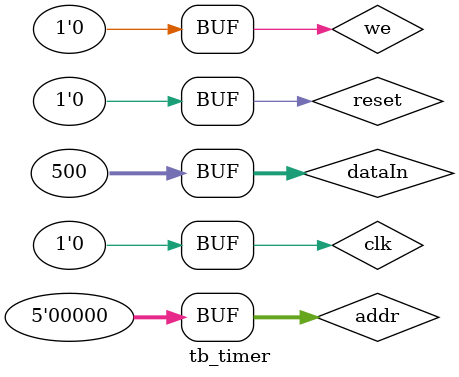
<source format=v>
`timescale 1ns / 1ps

module tb_timer();

    reg clk, reset, we;
    wire flag;
    reg [4:0] addr;
    reg [31:0] dataIn;
    
    timer #(200) dut1 (.clk(clk), .rst(reset), .we(we), .addr(addr), .dataIn(dataIn), .flag(flag));

    initial begin
        addr = 0;
        we = 0;
        dataIn = 0;
        clk = 0;
        reset = 0;
        bounce;
        reset = 1;
        bounce();
        reset = 0;
        
        repeat (201)
        begin
            bounce;
        end
        
        addr = 5'b10110;
        dataIn = 0;
        we = 1;
        bounce;
        
        addr = 5'b10111;
        dataIn = 500;
        bounce;
        
        we = 0;
        addr = 0;
        
        repeat(201)
        begin
            bounce;
        end
            
    end



    task bounce;
        begin
            clk = 1;
            #5;
            clk = 0;
            #5;
        end
    endtask



endmodule
</source>
